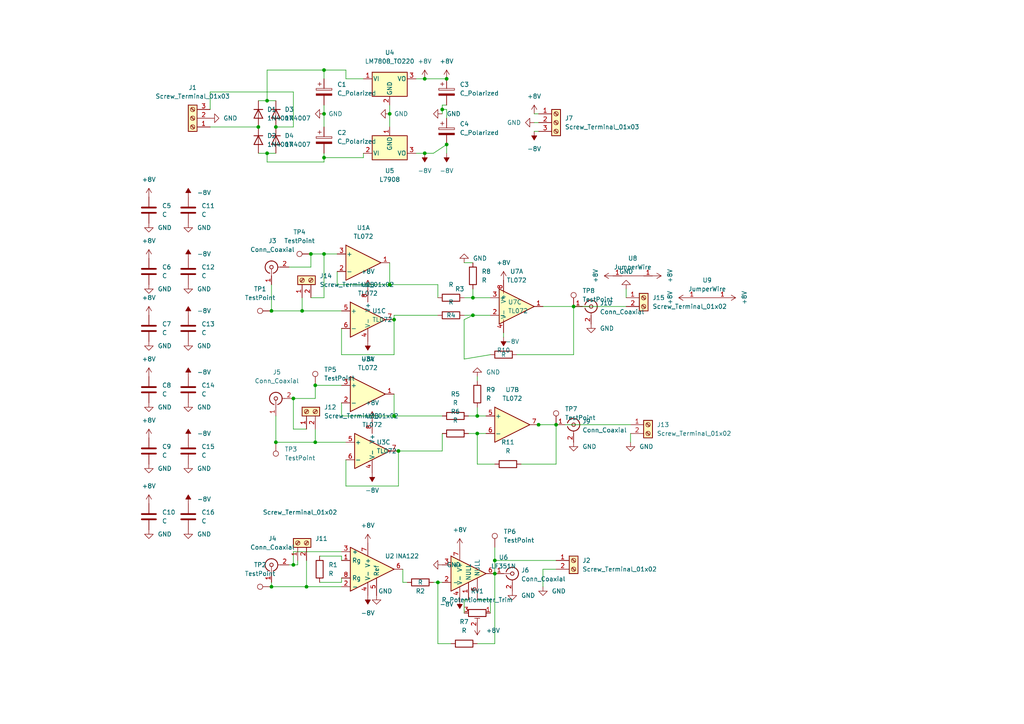
<source format=kicad_sch>
(kicad_sch (version 20231120) (generator "eeschema") (generator_version "8.0")
  (paper "A4")
  (lib_symbols
    (symbol "Amplifier_Operational:LF351N"
      (property "Reference" "U" (at 0 6.35 0))
      (property "Value" "LF351N" (at 0 3.81 0))
      (symbol "LF351N_0_1"
        (polyline (pts (xy -5.08 5.08) (xy 5.08 0) (xy -5.08 -5.08) (xy -5.08 5.08)) (stroke (width 0.254)) (fill (type background)))
      )
      (symbol "LF351N_1_1"
        (pin input line (at 0 -7.62 90) (length 5.08) (name "NULL") (number "1"))
        (pin input line (at -7.62 -2.54 0) (length 2.54) (name "-") (number "2"))
        (pin input line (at -7.62 2.54 0) (length 2.54) (name "+") (number "3"))
        (pin power_in line (at -2.54 -7.62 90) (length 3.81) (name "V-") (number "4"))
        (pin input line (at 2.54 -7.62 90) (length 6.35) (name "NULL") (number "5"))
        (pin output line (at 7.62 0 180) (length 2.54) (name "~") (number "6"))
        (pin power_in line (at -2.54 7.62 270) (length 3.81) (name "V+") (number "7"))
        (pin no_connect line (at 0 2.54 270) (length 2.54) hide (name "NC") (number "8"))
      )
    )
    (symbol "Amplifier_Operational:TL072" (pin_names (offset 0.127))
      (property "Reference" "U" (at 0 5.08 0))
      (property "Value" "TL072" (at 0 -5.08 0))
      (symbol "TL072_1_1"
        (polyline (pts (xy -5.08 5.08) (xy 5.08 0) (xy -5.08 -5.08) (xy -5.08 5.08)) (stroke (width 0.254)) (fill (type background)))
        (pin output line (at 7.62 0 180) (length 2.54) (name "~") (number "1"))
        (pin input line (at -7.62 -2.54 0) (length 2.54) (name "-") (number "2"))
        (pin input line (at -7.62 2.54 0) (length 2.54) (name "+") (number "3"))
      )
      (symbol "TL072_2_1"
        (polyline (pts (xy -5.08 5.08) (xy 5.08 0) (xy -5.08 -5.08) (xy -5.08 5.08)) (stroke (width 0.254)) (fill (type background)))
        (pin input line (at -7.62 2.54 0) (length 2.54) (name "+") (number "5"))
        (pin input line (at -7.62 -2.54 0) (length 2.54) (name "-") (number "6"))
        (pin output line (at 7.62 0 180) (length 2.54) (name "~") (number "7"))
      )
      (symbol "TL072_3_1"
        (pin power_in line (at -2.54 -7.62 90) (length 3.81) (name "V-") (number "4"))
        (pin power_in line (at -2.54 7.62 270) (length 3.81) (name "V+") (number "8"))
      )
    )
    (symbol "Connector:Conn_Coaxial" (pin_names (offset 1.016) hide)
      (property "Reference" "J" (at 0.254 3.048 0))
      (property "Value" "Conn_Coaxial" (at 2.921 0 90))
      (symbol "Conn_Coaxial_0_1"
        (arc (start -1.778 -0.508) (mid 0.2311 -1.8066) (end 1.778 0) (stroke (width 0.254)))
        (polyline (pts (xy -2.54 0) (xy -0.508 0)))
        (polyline (pts (xy 0 -2.54) (xy 0 -1.778)))
        (circle (center 0 0) (radius 0.508) (stroke (width 0.2032)))
        (arc (start 1.778 0) (mid 0.2099 1.8101) (end -1.778 0.508) (stroke (width 0.254)))
      )
      (symbol "Conn_Coaxial_1_1"
        (pin passive line (at -5.08 0 0) (length 2.54) (name "In") (number "1"))
        (pin passive line (at 0 -5.08 90) (length 2.54) (name "Ext") (number "2"))
      )
    )
    (symbol "Connector:Screw_Terminal_01x02" (pin_names (offset 1.016) hide)
      (property "Reference" "J" (at 0 2.54 0))
      (property "Value" "Screw_Terminal_01x02" (at 0 -5.08 0))
      (symbol "Screw_Terminal_01x02_1_1"
        (rectangle (start -1.27 1.27) (end 1.27 -3.81) (stroke (width 0.254)) (fill (type background)))
        (circle (center 0 -2.54) (radius 0.635) (stroke (width 0.1524)))
        (polyline (pts (xy -0.5334 -2.2098) (xy 0.3302 -3.048)) (stroke (width 0.1524)))
        (polyline (pts (xy -0.5334 0.3302) (xy 0.3302 -0.508)) (stroke (width 0.1524)))
        (polyline (pts (xy -0.3556 -2.032) (xy 0.508 -2.8702)) (stroke (width 0.1524)))
        (polyline (pts (xy -0.3556 0.508) (xy 0.508 -0.3302)) (stroke (width 0.1524)))
        (circle (center 0 0) (radius 0.635) (stroke (width 0.1524)))
        (pin passive line (at -5.08 0 0) (length 3.81) (name "Pin_1") (number "1"))
        (pin passive line (at -5.08 -2.54 0) (length 3.81) (name "Pin_2") (number "2"))
      )
    )
    (symbol "Connector:Screw_Terminal_01x03" (pin_names (offset 1.016) hide)
      (property "Reference" "J" (at 0 5.08 0))
      (property "Value" "Screw_Terminal_01x03" (at 0 -5.08 0))
      (symbol "Screw_Terminal_01x03_1_1"
        (rectangle (start -1.27 3.81) (end 1.27 -3.81) (stroke (width 0.254)) (fill (type background)))
        (circle (center 0 -2.54) (radius 0.635) (stroke (width 0.1524)))
        (polyline (pts (xy -0.5334 -2.2098) (xy 0.3302 -3.048)) (stroke (width 0.1524)))
        (polyline (pts (xy -0.5334 0.3302) (xy 0.3302 -0.508)) (stroke (width 0.1524)))
        (polyline (pts (xy -0.5334 2.8702) (xy 0.3302 2.032)) (stroke (width 0.1524)))
        (polyline (pts (xy -0.3556 -2.032) (xy 0.508 -2.8702)) (stroke (width 0.1524)))
        (polyline (pts (xy -0.3556 0.508) (xy 0.508 -0.3302)) (stroke (width 0.1524)))
        (polyline (pts (xy -0.3556 3.048) (xy 0.508 2.2098)) (stroke (width 0.1524)))
        (circle (center 0 0) (radius 0.635) (stroke (width 0.1524)))
        (circle (center 0 2.54) (radius 0.635) (stroke (width 0.1524)))
        (pin passive line (at -5.08 2.54 0) (length 3.81) (name "Pin_1") (number "1"))
        (pin passive line (at -5.08 0 0) (length 3.81) (name "Pin_2") (number "2"))
        (pin passive line (at -5.08 -2.54 0) (length 3.81) (name "Pin_3") (number "3"))
      )
    )
    (symbol "Connector:TestPoint" (pin_numbers hide) (pin_names (offset 0.762) hide)
      (property "Reference" "TP" (at 0 6.858 0))
      (property "Value" "TestPoint" (at 0 5.08 0))
      (symbol "TestPoint_0_1"
        (circle (center 0 3.302) (radius 0.762))
      )
      (symbol "TestPoint_1_1"
        (pin passive line (at 0 0 90) (length 2.54) (name "1") (number "1"))
      )
    )
    (symbol "Device:C" (pin_numbers hide) (pin_names (offset 0.254))
      (property "Reference" "C" (at 0.635 2.54 0))
      (property "Value" "C" (at 0.635 -2.54 0))
      (symbol "C_0_1"
        (polyline (pts (xy -2.032 -0.762) (xy 2.032 -0.762)) (stroke (width 0.508)))
        (polyline (pts (xy -2.032 0.762) (xy 2.032 0.762)) (stroke (width 0.508)))
      )
      (symbol "C_1_1"
        (pin passive line (at 0 3.81 270) (length 2.794) (name "~") (number "1"))
        (pin passive line (at 0 -3.81 90) (length 2.794) (name "~") (number "2"))
      )
    )
    (symbol "Device:C_Polarized" (pin_numbers hide) (pin_names (offset 0.254))
      (property "Reference" "C" (at 0.635 2.54 0))
      (property "Value" "C_Polarized" (at 0.635 -2.54 0))
      (symbol "C_Polarized_0_1"
        (rectangle (start -2.286 0.508) (end 2.286 1.016))
        (polyline (pts (xy -1.778 2.286) (xy -0.762 2.286)))
        (polyline (pts (xy -1.27 2.794) (xy -1.27 1.778)))
        (rectangle (start 2.286 -0.508) (end -2.286 -1.016) (fill (type outline)))
      )
      (symbol "C_Polarized_1_1"
        (pin passive line (at 0 3.81 270) (length 2.794) (name "~") (number "1"))
        (pin passive line (at 0 -3.81 90) (length 2.794) (name "~") (number "2"))
      )
    )
    (symbol "Device:R" (pin_numbers hide) (pin_names (offset 0))
      (property "Reference" "R" (at 2.032 0 90))
      (property "Value" "R" (at 0 0 90))
      (symbol "R_0_1"
        (rectangle (start -1.016 -2.54) (end 1.016 2.54) (stroke (width 0.254)))
      )
      (symbol "R_1_1"
        (pin passive line (at 0 3.81 270) (length 1.27) (name "~") (number "1"))
        (pin passive line (at 0 -3.81 90) (length 1.27) (name "~") (number "2"))
      )
    )
    (symbol "Device:R_Potentiometer_Trim" (pin_names (offset 1.016) hide)
      (property "Reference" "RV" (at -4.445 0 90))
      (property "Value" "R_Potentiometer_Trim" (at -2.54 0 90))
      (symbol "R_Potentiometer_Trim_0_1"
        (polyline (pts (xy 1.524 0.762) (xy 1.524 -0.762)))
        (polyline (pts (xy 2.54 0) (xy 1.524 0)))
        (rectangle (start 1.016 2.54) (end -1.016 -2.54) (stroke (width 0.254)))
      )
      (symbol "R_Potentiometer_Trim_1_1"
        (pin passive line (at 0 3.81 270) (length 1.27) (name "1") (number "1"))
        (pin passive line (at 3.81 0 180) (length 1.27) (name "2") (number "2"))
        (pin passive line (at 0 -3.81 90) (length 1.27) (name "3") (number "3"))
      )
    )
    (symbol "Diode:1N4007" (pin_numbers hide) (pin_names hide)
      (property "Reference" "D" (at 0 2.54 0))
      (property "Value" "1N4007" (at 0 -2.54 0))
      (symbol "1N4007_0_1"
        (polyline (pts (xy -1.27 1.27) (xy -1.27 -1.27)) (stroke (width 0.254)))
        (polyline (pts (xy 1.27 0) (xy -1.27 0)))
        (polyline (pts (xy 1.27 1.27) (xy 1.27 -1.27) (xy -1.27 0) (xy 1.27 1.27)) (stroke (width 0.254)))
      )
      (symbol "1N4007_1_1"
        (pin passive line (at -3.81 0 0) (length 2.54) (name "K") (number "1"))
        (pin passive line (at 3.81 0 180) (length 2.54) (name "A") (number "2"))
      )
    )
    (symbol "IN_AMP:INA122"
      (property "Reference" "U" (at 5.08 5.08 0))
      (property "Value" "INA122" (at 0 7.62 0))
      (symbol "INA122_0_1"
        (polyline (pts (xy 8.89 -1.27) (xy -3.81 5.08) (xy -3.81 -7.62) (xy 8.89 -1.27)) (stroke (width 0.254)) (fill (type background)))
      )
      (symbol "INA122_1_1"
        (pin passive line (at -6.35 1.27 0) (length 2.54) (name "Rg") (number "1"))
        (pin input line (at -6.35 -6.35 0) (length 2.54) (name "-") (number "2"))
        (pin input line (at -6.35 3.81 0) (length 2.54) (name "+") (number "3"))
        (pin power_in line (at 1.27 -8.89 90) (length 3.81) (name "V-") (number "4"))
        (pin input line (at 3.81 -8.89 90) (length 5.08) (name "Ref") (number "5"))
        (pin output line (at 11.43 -1.27 180) (length 2.54) (name "~") (number "6"))
        (pin power_in line (at 1.27 6.35 270) (length 3.81) (name "V+") (number "7"))
        (pin passive line (at -6.35 -3.81 0) (length 2.54) (name "Rg") (number "8"))
      )
    )
    (symbol "JumperWire_1"
      (property "Reference" "U" (at 0 -1.27 0))
      (property "Value" "JumperWire_1" (at 1.27 -1.27 0))
      (symbol "JumperWire_1_0_1"
        (polyline (pts (xy -2.54 0) (xy 3.81 0)))
      )
      (symbol "JumperWire_1_1_1"
        (pin bidirectional line (at -5.08 0 0) (length 2.54) (name "") (number "1"))
        (pin bidirectional line (at 6.35 0 180) (length 2.54) (name "") (number "1"))
      )
    )
    (symbol "Regulator_Linear:L7908" (pin_names (offset 0.254))
      (property "Reference" "U" (at -3.81 -3.175 0))
      (property "Value" "L7908" (at 0 -3.175 0))
      (symbol "L7908_0_1"
        (rectangle (start -5.08 5.08) (end 5.08 -1.905) (stroke (width 0.254)) (fill (type background)))
      )
      (symbol "L7908_1_1"
        (pin power_in line (at 0 7.62 270) (length 2.54) (name "GND") (number "1"))
        (pin power_in line (at -7.62 0 0) (length 2.54) (name "VI") (number "2"))
        (pin power_out line (at 7.62 0 180) (length 2.54) (name "VO") (number "3"))
      )
    )
    (symbol "Regulator_Linear:LM7808_TO220" (pin_names (offset 0.254))
      (property "Reference" "U" (at -3.81 3.175 0))
      (property "Value" "LM7808_TO220" (at 0 3.175 0))
      (symbol "LM7808_TO220_0_1"
        (rectangle (start -5.08 1.905) (end 5.08 -5.08) (stroke (width 0.254)) (fill (type background)))
      )
      (symbol "LM7808_TO220_1_1"
        (pin power_in line (at -7.62 0 0) (length 2.54) (name "VI") (number "1"))
        (pin power_in line (at 0 -7.62 90) (length 2.54) (name "GND") (number "2"))
        (pin power_out line (at 7.62 0 180) (length 2.54) (name "VO") (number "3"))
      )
    )
    (symbol "power:+8V" (power) (pin_names (offset 0))
      (property "Value" "+8V" (at 0 3.556 0))
      (symbol "+8V_0_1"
        (polyline (pts (xy -0.762 1.27) (xy 0 2.54)))
        (polyline (pts (xy 0 0) (xy 0 2.54)))
        (polyline (pts (xy 0 2.54) (xy 0.762 1.27)))
      )
      (symbol "+8V_1_1"
        (pin power_in line (at 0 0 90) (length 0) hide (name "+8V") (number "1"))
      )
    )
    (symbol "power:-8V" (power) (pin_names (offset 0))
      (property "Value" "-8V" (at 0 3.81 0))
      (symbol "-8V_0_0"
        (pin power_in line (at 0 0 90) (length 0) hide (name "-8V") (number "1"))
      )
      (symbol "-8V_0_1"
        (polyline (pts (xy 0 0) (xy 0 1.27) (xy 0.762 1.27) (xy 0 2.54) (xy -0.762 1.27) (xy 0 1.27)) (fill (type outline)))
      )
    )
    (symbol "power:GND" (power) (pin_names (offset 0))
      (property "Value" "GND" (at 0 -3.81 0))
      (symbol "GND_0_1"
        (polyline (pts (xy 0 0) (xy 0 -1.27) (xy 1.27 -1.27) (xy 0 -2.54) (xy -1.27 -1.27) (xy 0 -1.27)))
      )
      (symbol "GND_1_1"
        (pin power_in line (at 0 0 270) (length 0) hide (name "GND") (number "1"))
      )
    )
  )
  (junction (at 166.37 88.9))
  (junction (at 143.51 162.56))
  (junction (at 127 168.91))
  (junction (at 143.51 166.37))
  (junction (at 115.57 130.81))
  (junction (at 77.47 29.21))
  (junction (at 114.3 92.71))
  (junction (at 80.01 36.83))
  (junction (at 93.98 45.72))
  (junction (at 138.43 120.65))
  (junction (at 161.29 123.19))
  (junction (at 77.47 44.45))
  (junction (at 87.63 90.17))
  (junction (at 91.44 111.76))
  (junction (at 90.17 73.66))
  (junction (at 93.98 73.66))
  (junction (at 91.44 128.27))
  (junction (at 138.43 125.73))
  (junction (at 129.54 41.91))
  (junction (at 88.9 170.18))
  (junction (at 80.01 128.27))
  (junction (at 123.19 44.45))
  (junction (at 93.98 20.32))
  (junction (at 123.19 22.86))
  (junction (at 137.16 86.36))
  (junction (at 114.3 120.65))
  (junction (at 78.74 170.18))
  (junction (at 78.74 90.17))
  (junction (at 113.03 33.02))
  (junction (at 74.93 36.83))
  (junction (at 93.98 33.02))
  (junction (at 113.03 82.55))
  (junction (at 85.09 115.57))
  (junction (at 85.09 163.83))
  (junction (at 128.27 31.75))
  (junction (at 156.21 123.19))
  (junction (at 129.54 22.86))
  (junction (at 137.16 91.44))
  (wire (pts (xy 88.9 170.18) (xy 99.06 170.18)))
  (wire (pts (xy 142.24 102.87) (xy 134.62 104.14)))
  (wire (pts (xy 99.06 167.64) (xy 99.06 168.91)))
  (wire (pts (xy 78.74 90.17) (xy 87.63 90.17)))
  (wire (pts (xy 116.84 168.91) (xy 118.11 168.91)))
  (wire (pts (xy 128.27 33.02) (xy 128.27 31.75)))
  (wire (pts (xy 91.44 128.27) (xy 100.33 128.27)))
  (wire (pts (xy 128.27 125.73) (xy 128.27 130.81)))
  (wire (pts (xy 181.61 83.82) (xy 181.61 86.36)))
  (wire (pts (xy 93.98 86.36) (xy 93.98 73.66)))
  (wire (pts (xy 74.93 29.21) (xy 77.47 29.21)))
  (wire (pts (xy 93.98 22.86) (xy 93.98 20.32)))
  (wire (pts (xy 128.27 30.48) (xy 129.54 30.48)))
  (wire (pts (xy 157.48 165.1) (xy 161.29 165.1)))
  (wire (pts (xy 80.01 128.27) (xy 80.01 120.65)))
  (wire (pts (xy 97.79 82.55) (xy 113.03 82.55)))
  (wire (pts (xy 143.51 186.69) (xy 138.43 186.69)))
  (wire (pts (xy 80.01 128.27) (xy 91.44 128.27)))
  (wire (pts (xy 128.27 31.75) (xy 128.27 30.48)))
  (wire (pts (xy 138.43 125.73) (xy 140.97 125.73)))
  (wire (pts (xy 113.03 30.48) (xy 113.03 33.02)))
  (wire (pts (xy 100.33 133.35) (xy 100.33 140.97)))
  (wire (pts (xy 60.96 26.67) (xy 60.96 31.75)))
  (wire (pts (xy 143.51 162.56) (xy 161.29 162.56)))
  (wire (pts (xy 134.62 76.2) (xy 137.16 76.2)))
  (wire (pts (xy 138.43 109.22) (xy 138.43 110.49)))
  (wire (pts (xy 142.24 173.99) (xy 138.43 173.99)))
  (wire (pts (xy 85.09 26.67) (xy 60.96 26.67)))
  (wire (pts (xy 123.19 22.86) (xy 129.54 22.86)))
  (wire (pts (xy 115.57 140.97) (xy 115.57 130.81)))
  (wire (pts (xy 166.37 88.9) (xy 157.48 88.9)))
  (wire (pts (xy 99.06 102.87) (xy 114.3 102.87)))
  (wire (pts (xy 182.88 128.27) (xy 182.88 125.73)))
  (wire (pts (xy 134.62 92.71) (xy 134.62 104.14)))
  (wire (pts (xy 138.43 125.73) (xy 138.43 134.62)))
  (wire (pts (xy 85.09 124.46) (xy 85.09 115.57)))
  (wire (pts (xy 85.09 115.57) (xy 91.44 115.57)))
  (wire (pts (xy 88.9 124.46) (xy 85.09 124.46)))
  (wire (pts (xy 87.63 86.36) (xy 87.63 90.17)))
  (wire (pts (xy 105.41 22.86) (xy 100.33 22.86)))
  (wire (pts (xy 127 86.36) (xy 127 82.55)))
  (wire (pts (xy 97.79 78.74) (xy 97.79 82.55)))
  (wire (pts (xy 138.43 120.65) (xy 140.97 120.65)))
  (wire (pts (xy 123.19 44.45) (xy 125.73 44.45)))
  (wire (pts (xy 149.86 102.87) (xy 166.37 102.87)))
  (wire (pts (xy 93.98 20.32) (xy 100.33 20.32)))
  (wire (pts (xy 80.01 36.83) (xy 85.09 36.83)))
  (wire (pts (xy 128.27 120.65) (xy 114.3 120.65)))
  (wire (pts (xy 135.89 125.73) (xy 138.43 125.73)))
  (wire (pts (xy 129.54 41.91) (xy 125.73 44.45)))
  (wire (pts (xy 127 82.55) (xy 113.03 82.55)))
  (wire (pts (xy 99.06 120.65) (xy 114.3 120.65)))
  (wire (pts (xy 92.71 168.91) (xy 99.06 168.91)))
  (wire (pts (xy 87.63 90.17) (xy 99.06 90.17)))
  (wire (pts (xy 93.98 45.72) (xy 105.41 45.72)))
  (wire (pts (xy 151.13 134.62) (xy 161.29 134.62)))
  (wire (pts (xy 138.43 118.11) (xy 138.43 120.65)))
  (wire (pts (xy 77.47 44.45) (xy 80.01 44.45)))
  (wire (pts (xy 86.36 162.56) (xy 86.36 163.83)))
  (wire (pts (xy 161.29 123.19) (xy 156.21 123.19)))
  (wire (pts (xy 161.29 123.19) (xy 182.88 123.19)))
  (wire (pts (xy 129.54 31.75) (xy 128.27 31.75)))
  (wire (pts (xy 123.19 22.86) (xy 120.65 22.86)))
  (wire (pts (xy 137.16 91.44) (xy 142.24 91.44)))
  (wire (pts (xy 90.17 73.66) (xy 93.98 73.66)))
  (wire (pts (xy 86.36 163.83) (xy 85.09 163.83)))
  (wire (pts (xy 77.47 20.32) (xy 77.47 29.21)))
  (wire (pts (xy 143.51 166.37) (xy 143.51 186.69)))
  (wire (pts (xy 99.06 95.25) (xy 99.06 102.87)))
  (wire (pts (xy 92.71 161.29) (xy 99.06 161.29)))
  (wire (pts (xy 156.21 33.02) (xy 154.94 33.02)))
  (wire (pts (xy 134.62 177.8) (xy 134.62 173.99)))
  (wire (pts (xy 137.16 83.82) (xy 137.16 86.36)))
  (wire (pts (xy 78.74 90.17) (xy 78.74 82.55)))
  (wire (pts (xy 60.96 36.83) (xy 74.93 36.83)))
  (wire (pts (xy 93.98 44.45) (xy 93.98 45.72)))
  (wire (pts (xy 113.03 33.02) (xy 113.03 36.83)))
  (wire (pts (xy 91.44 124.46) (xy 91.44 128.27)))
  (wire (pts (xy 156.21 38.1) (xy 154.94 38.1)))
  (wire (pts (xy 135.89 120.65) (xy 138.43 120.65)))
  (wire (pts (xy 85.09 163.83) (xy 85.09 160.02)))
  (wire (pts (xy 77.47 29.21) (xy 80.01 29.21)))
  (wire (pts (xy 85.09 36.83) (xy 85.09 26.67)))
  (wire (pts (xy 77.47 20.32) (xy 93.98 20.32)))
  (wire (pts (xy 93.98 30.48) (xy 93.98 33.02)))
  (wire (pts (xy 77.47 44.45) (xy 77.47 46.99)))
  (wire (pts (xy 85.09 160.02) (xy 99.06 160.02)))
  (wire (pts (xy 156.21 35.56) (xy 154.94 35.56)))
  (wire (pts (xy 100.33 22.86) (xy 100.33 20.32)))
  (wire (pts (xy 74.93 44.45) (xy 77.47 44.45)))
  (wire (pts (xy 83.82 77.47) (xy 90.17 77.47)))
  (wire (pts (xy 127 168.91) (xy 128.27 168.91)))
  (wire (pts (xy 130.81 186.69) (xy 127 186.69)))
  (wire (pts (xy 137.16 86.36) (xy 142.24 86.36)))
  (wire (pts (xy 166.37 88.9) (xy 181.61 88.9)))
  (wire (pts (xy 115.57 130.81) (xy 128.27 130.81)))
  (wire (pts (xy 161.29 134.62) (xy 161.29 123.19)))
  (wire (pts (xy 129.54 34.29) (xy 129.54 31.75)))
  (wire (pts (xy 134.62 173.99) (xy 135.89 173.99)))
  (wire (pts (xy 154.94 123.19) (xy 156.21 123.19)))
  (wire (pts (xy 114.3 114.3) (xy 114.3 120.65)))
  (wire (pts (xy 114.3 91.44) (xy 114.3 92.71)))
  (wire (pts (xy 88.9 162.56) (xy 88.9 170.18)))
  (wire (pts (xy 166.37 102.87) (xy 166.37 88.9)))
  (wire (pts (xy 93.98 33.02) (xy 93.98 36.83)))
  (wire (pts (xy 134.62 86.36) (xy 137.16 86.36)))
  (wire (pts (xy 129.54 44.45) (xy 129.54 41.91)))
  (wire (pts (xy 93.98 46.99) (xy 93.98 45.72)))
  (wire (pts (xy 90.17 86.36) (xy 93.98 86.36)))
  (wire (pts (xy 91.44 111.76) (xy 91.44 115.57)))
  (wire (pts (xy 157.48 170.18) (xy 157.48 165.1)))
  (wire (pts (xy 114.3 102.87) (xy 114.3 92.71)))
  (wire (pts (xy 99.06 161.29) (xy 99.06 162.56)))
  (wire (pts (xy 127 186.69) (xy 127 168.91)))
  (wire (pts (xy 113.03 82.55) (xy 113.03 76.2)))
  (wire (pts (xy 91.44 111.76) (xy 99.06 111.76)))
  (wire (pts (xy 105.41 45.72) (xy 105.41 44.45)))
  (wire (pts (xy 116.84 165.1) (xy 116.84 168.91)))
  (wire (pts (xy 142.24 177.8) (xy 142.24 173.99)))
  (wire (pts (xy 93.98 73.66) (xy 97.79 73.66)))
  (wire (pts (xy 125.73 168.91) (xy 127 168.91)))
  (wire (pts (xy 143.51 162.56) (xy 143.51 158.75)))
  (wire (pts (xy 127 91.44) (xy 114.3 91.44)))
  (wire (pts (xy 99.06 116.84) (xy 99.06 120.65)))
  (wire (pts (xy 123.19 44.45) (xy 120.65 44.45)))
  (wire (pts (xy 77.47 46.99) (xy 93.98 46.99)))
  (wire (pts (xy 100.33 140.97) (xy 115.57 140.97)))
  (wire (pts (xy 83.82 163.83) (xy 85.09 163.83)))
  (wire (pts (xy 143.51 166.37) (xy 143.51 162.56)))
  (wire (pts (xy 78.74 170.18) (xy 78.74 168.91)))
  (wire (pts (xy 138.43 134.62) (xy 143.51 134.62)))
  (wire (pts (xy 90.17 77.47) (xy 90.17 73.66)))
  (wire (pts (xy 78.74 170.18) (xy 88.9 170.18)))
  (wire (pts (xy 146.05 97.79) (xy 146.05 96.52)))
  (wire (pts (xy 134.62 92.71) (xy 137.16 91.44)))
  (wire (pts (xy 134.62 91.44) (xy 137.16 91.44)))
  (symbol (lib_id "Amplifier_Operational:TL072") (at 148.59 88.9 0) (unit 3)
    (property "Reference" "U7" (at 147.32 87.6299 0) (effects (justify left)))
    (property "Value" "TL072" (at 147.32 90.1699 0) (effects (justify left)))
    (property "Footprint" "Package_DIP:DIP-8_W10.16mm" (effects (hide yes)))
    (property "Datasheet" "http://www.ti.com/lit/ds/symlink/tl071.pdf" (effects (hide yes)))
  )
  (symbol (lib_id "Connector:TestPoint") (at 90.17 73.66 90) (unit 1)
    (property "Reference" "TP4" (at 86.868 67.31 90))
    (property "Value" "TestPoint" (at 86.868 69.85 90))
    (property "Footprint" "Connector_PinHeader_2.54mm:PinHeader_1x01_P2.54mm_Vertical" (effects (hide yes)))
  )
  (symbol (lib_id "Device:C") (at 43.18 60.96 0) (unit 1)
    (property "Reference" "C5" (at 46.99 59.6899 0) (effects (justify left)))
    (property "Value" "C" (at 46.99 62.2299 0) (effects (justify left)))
    (property "Footprint" "Capacitor_Tantalum_SMD:CP_EIA-3528-21_Kemet-B_Pad1.50x2.35mm_HandSolder" (effects (hide yes)))
  )
  (symbol (lib_id "power:+8V") (at 43.18 127 0) (unit 1)
    (property "Reference" "#PWR046" (effects (hide yes)))
    (property "Value" "+8V" (at 43.18 121.92 0))
  )
  (symbol (lib_id "Device:C") (at 54.61 95.25 0) (unit 1)
    (property "Reference" "C13" (at 58.42 93.9799 0) (effects (justify left)))
    (property "Value" "C" (at 58.42 96.5199 0) (effects (justify left)))
    (property "Footprint" "Capacitor_Tantalum_SMD:CP_EIA-3528-21_Kemet-B_Pad1.50x2.35mm_HandSolder" (effects (hide yes)))
  )
  (symbol (lib_id "Amplifier_Operational:LF351N") (at 135.89 166.37 0) (unit 1)
    (property "Reference" "U6" (at 146.05 161.671 0))
    (property "Value" "LF351N" (at 146.05 164.211 0))
    (property "Footprint" "Package_DIP:DIP-8_W10.16mm" (effects (hide yes)))
    (property "Datasheet" "https://www.st.com/resource/en/datasheet/lf351.pdf" (effects (hide yes)))
  )
  (symbol (lib_id "Diode:1N4007") (at 80.01 40.64 270) (unit 1)
    (property "Reference" "D4" (at 82.55 39.3699 90) (effects (justify left)))
    (property "Value" "1N4007" (at 82.55 41.9099 90) (effects (justify left)))
    (property "Footprint" "Diode_THT:D_DO-41_SOD81_P10.16mm_Horizontal" (effects (hide yes)))
    (property "Datasheet" "http://www.vishay.com/docs/88503/1n4001.pdf" (effects (hide yes)))
  )
  (symbol (lib_id "power:GND") (at 54.61 116.84 0) (unit 1)
    (property "Reference" "#PWR057" (effects (hide yes)))
    (property "Value" "GND" (at 57.15 118.1099 0) (effects (justify left)))
  )
  (symbol (lib_id "Connector:TestPoint") (at 161.29 123.19 0) (unit 1)
    (property "Reference" "TP7" (at 163.83 118.6179 0) (effects (justify left)))
    (property "Value" "TestPoint" (at 163.83 121.1579 0) (effects (justify left)))
    (property "Footprint" "Connector_PinHeader_2.54mm:PinHeader_1x01_P2.54mm_Vertical" (effects (hide yes)))
  )
  (symbol (lib_id "power:GND") (at 181.61 83.82 180) (unit 1)
    (property "Reference" "#PWR028" (effects (hide yes)))
    (property "Value" "GND" (at 181.61 78.74 0))
  )
  (symbol (lib_id "Regulator_Linear:L7908") (at 113.03 44.45 0) (unit 1)
    (property "Reference" "U5" (at 113.03 49.53 0))
    (property "Value" "L7908" (at 113.03 52.07 0))
    (property "Footprint" "Package_TO_SOT_THT:TO-220-3_Vertical" (effects (hide yes)))
    (property "Datasheet" "http://www.st.com/content/ccc/resource/technical/document/datasheet/c9/16/86/41/c7/2b/45/f2/CD00000450.pdf/files/CD00000450.pdf/jcr:content/translations/en.CD00000450.pdf" (effects (hide yes)))
  )
  (symbol (lib_id "power:-8V") (at 123.19 44.45 180) (unit 1)
    (property "Reference" "#PWR012" (effects (hide yes)))
    (property "Value" "-8V" (at 123.19 49.53 0))
  )
  (symbol (lib_id "Device:R") (at 146.05 102.87 270) (unit 1)
    (property "Reference" "R10" (at 146.05 101.6 90))
    (property "Value" "R" (at 146.05 102.87 90))
    (property "Footprint" "Resistor_SMD:R_0805_2012Metric_Pad1.20x1.40mm_HandSolder" (effects (hide yes)))
  )
  (symbol (lib_id "power:GND") (at 54.61 82.55 0) (unit 1)
    (property "Reference" "#PWR053" (effects (hide yes)))
    (property "Value" "GND" (at 57.15 83.8199 0) (effects (justify left)))
  )
  (symbol (lib_id "power:+8V") (at 43.18 74.93 0) (unit 1)
    (property "Reference" "#PWR040" (effects (hide yes)))
    (property "Value" "+8V" (at 43.18 69.85 0))
  )
  (symbol (lib_id "power:GND") (at 43.18 153.67 0) (unit 1)
    (property "Reference" "#PWR049" (effects (hide yes)))
    (property "Value" "GND" (at 45.72 154.9399 0) (effects (justify left)))
  )
  (symbol (lib_id "power:GND") (at 128.27 163.83 270) (unit 1)
    (property "Reference" "#PWR014" (effects (hide yes)))
    (property "Value" "GND" (at 129.54 163.8299 90) (effects (justify left)))
  )
  (symbol (lib_id "power:GND") (at 54.61 153.67 0) (unit 1)
    (property "Reference" "#PWR061" (effects (hide yes)))
    (property "Value" "GND" (at 57.15 154.9399 0) (effects (justify left)))
  )
  (symbol (lib_id "power:GND") (at 166.37 128.27 0) (unit 1)
    (property "Reference" "#PWR031" (effects (hide yes)))
    (property "Value" "GND" (at 168.91 129.5399 0) (effects (justify left)))
  )
  (symbol (lib_id "Device:C") (at 54.61 149.86 0) (unit 1)
    (property "Reference" "C16" (at 58.42 148.5899 0) (effects (justify left)))
    (property "Value" "C" (at 58.42 151.1299 0) (effects (justify left)))
    (property "Footprint" "Capacitor_Tantalum_SMD:CP_EIA-3528-21_Kemet-B_Pad1.50x2.35mm_HandSolder" (effects (hide yes)))
  )
  (symbol (lib_id "Device:R") (at 138.43 114.3 180) (unit 1)
    (property "Reference" "R9" (at 140.97 113.0299 0) (effects (justify right)))
    (property "Value" "R" (at 140.97 115.5699 0) (effects (justify right)))
    (property "Footprint" "Resistor_THT:R_Axial_DIN0207_L6.3mm_D2.5mm_P7.62mm_Horizontal" (effects (hide yes)))
  )
  (symbol (lib_id "power:-8V") (at 54.61 127 0) (unit 1)
    (property "Reference" "#PWR058" (effects (hide yes)))
    (property "Value" "-8V" (at 57.15 125.7299 0) (effects (justify left)))
  )
  (symbol (lib_id "Device:C") (at 43.18 78.74 0) (unit 1)
    (property "Reference" "C6" (at 46.99 77.4699 0) (effects (justify left)))
    (property "Value" "C" (at 46.99 80.0099 0) (effects (justify left)))
    (property "Footprint" "Capacitor_Tantalum_SMD:CP_EIA-3528-21_Kemet-B_Pad1.50x2.35mm_HandSolder" (effects (hide yes)))
  )
  (symbol (lib_id "power:+8V") (at 146.05 81.28 0) (unit 1)
    (property "Reference" "#PWR021" (effects (hide yes)))
    (property "Value" "+8V" (at 146.05 76.2 0))
  )
  (symbol (lib_id "power:GND") (at 148.59 171.45 0) (unit 1)
    (property "Reference" "#PWR023" (effects (hide yes)))
    (property "Value" "GND" (at 151.13 172.7199 0) (effects (justify left)))
  )
  (symbol (lib_id "Connector:Screw_Terminal_01x02") (at 86.36 157.48 90) (unit 1)
    (property "Reference" "J11" (at 91.44 156.2099 90) (effects (justify right)))
    (property "Value" "Screw_Terminal_01x02" (at 76.2 148.59 90) (effects (justify right)))
    (property "Footprint" "TerminalBlock_Phoenix:TerminalBlock_Phoenix_MKDS-1,5-2-5.08_1x02_P5.08mm_Horizontal" (effects (hide yes)))
  )
  (symbol (lib_id "Amplifier_Operational:TL072") (at 149.86 88.9 0) (unit 1)
    (property "Reference" "U7" (at 149.86 78.74 0))
    (property "Value" "TL072" (at 149.86 81.28 0))
    (property "Footprint" "Package_DIP:DIP-8_W10.16mm" (effects (hide yes)))
    (property "Datasheet" "http://www.ti.com/lit/ds/symlink/tl071.pdf" (effects (hide yes)))
  )
  (symbol (lib_id "power:+8V") (at 123.19 22.86 0) (unit 1)
    (property "Reference" "#PWR011" (effects (hide yes)))
    (property "Value" "+8V" (at 123.19 17.78 0))
  )
  (symbol (lib_id "power:-8V") (at 154.94 38.1 180) (unit 1)
    (property "Reference" "#PWR027" (effects (hide yes)))
    (property "Value" "-8V" (at 154.94 43.18 0))
  )
  (symbol (lib_id "Connector:Screw_Terminal_01x03") (at 161.29 35.56 0) (unit 1)
    (property "Reference" "J7" (at 163.83 34.2899 0) (effects (justify left)))
    (property "Value" "Screw_Terminal_01x03" (at 163.83 36.8299 0) (effects (justify left)))
    (property "Footprint" "TerminalBlock_Phoenix:TerminalBlock_Phoenix_MKDS-1,5-3-5.08_1x03_P5.08mm_Horizontal" (effects (hide yes)))
  )
  (symbol (lib_id "power:GND") (at 43.18 116.84 0) (unit 1)
    (property "Reference" "#PWR045" (effects (hide yes)))
    (property "Value" "GND" (at 45.72 118.1099 0) (effects (justify left)))
  )
  (symbol (lib_id "power:-8V") (at 107.95 137.16 180) (unit 1)
    (property "Reference" "#PWR08" (effects (hide yes)))
    (property "Value" "-8V" (at 107.95 142.24 0))
  )
  (symbol (lib_id "Device:C") (at 54.61 60.96 0) (unit 1)
    (property "Reference" "C11" (at 58.42 59.6899 0) (effects (justify left)))
    (property "Value" "C" (at 58.42 62.2299 0) (effects (justify left)))
    (property "Footprint" "Capacitor_Tantalum_SMD:CP_EIA-3528-21_Kemet-B_Pad1.50x2.35mm_HandSolder" (effects (hide yes)))
  )
  (symbol (lib_id "Device:R") (at 92.71 165.1 0) (unit 1)
    (property "Reference" "R1" (at 95.25 163.8299 0) (effects (justify left)))
    (property "Value" "R" (at 95.25 166.3699 0) (effects (justify left)))
    (property "Footprint" "Resistor_THT:R_Axial_DIN0207_L6.3mm_D2.5mm_P7.62mm_Horizontal" (effects (hide yes)))
  )
  (symbol (lib_id "power:-8V") (at 54.61 109.22 0) (unit 1)
    (property "Reference" "#PWR056" (effects (hide yes)))
    (property "Value" "-8V" (at 57.15 107.9499 0) (effects (justify left)))
  )
  (symbol (lib_id "power:+8V") (at 138.43 181.61 180) (unit 1)
    (property "Reference" "#PWR037" (effects (hide yes)))
    (property "Value" "+8V" (at 140.97 182.8799 0) (effects (justify right)))
  )
  (symbol (lib_id "Connector:Conn_Coaxial") (at 78.74 163.83 90) (unit 1)
    (property "Reference" "J4" (at 79.0332 156.21 90))
    (property "Value" "Conn_Coaxial" (at 79.0332 158.75 90))
    (property "Footprint" "Connector_Coaxial:BNC_TEConnectivity_1478204_Vertical" (effects (hide yes)))
    (property "Datasheet" " ~" (effects (hide yes)))
  )
  (symbol (lib_id "Device:C") (at 43.18 113.03 0) (unit 1)
    (property "Reference" "C8" (at 46.99 111.7599 0) (effects (justify left)))
    (property "Value" "C" (at 46.99 114.2999 0) (effects (justify left)))
    (property "Footprint" "Capacitor_Tantalum_SMD:CP_EIA-3528-21_Kemet-B_Pad1.50x2.35mm_HandSolder" (effects (hide yes)))
  )
  (symbol (lib_id "Diode:1N4007") (at 80.01 33.02 270) (unit 1)
    (property "Reference" "D3" (at 82.55 31.7499 90) (effects (justify left)))
    (property "Value" "1N4007" (at 82.55 34.2899 90) (effects (justify left)))
    (property "Footprint" "Diode_THT:D_DO-41_SOD81_P10.16mm_Horizontal" (effects (hide yes)))
    (property "Datasheet" "http://www.vishay.com/docs/88503/1n4001.pdf" (effects (hide yes)))
  )
  (symbol (lib_id "power:GND") (at 43.18 82.55 0) (unit 1)
    (property "Reference" "#PWR041" (effects (hide yes)))
    (property "Value" "GND" (at 45.72 83.8199 0) (effects (justify left)))
  )
  (symbol (lib_id "Connector:Screw_Terminal_01x02") (at 166.37 162.56 0) (unit 1)
    (property "Reference" "J2" (at 168.91 162.5599 0) (effects (justify left)))
    (property "Value" "Screw_Terminal_01x02" (at 168.91 165.0999 0) (effects (justify left)))
    (property "Footprint" "TerminalBlock_Phoenix:TerminalBlock_Phoenix_MKDS-1,5-2-5.08_1x02_P5.08mm_Horizontal" (effects (hide yes)))
  )
  (symbol (lib_id "Device:R") (at 130.81 91.44 90) (unit 1)
    (property "Reference" "R4" (at 130.81 91.44 90))
    (property "Value" "R" (at 130.81 87.63 90))
    (property "Footprint" "Resistor_THT:R_Axial_DIN0207_L6.3mm_D2.5mm_P7.62mm_Horizontal" (effects (hide yes)))
  )
  (symbol (lib_id "power:+8V") (at 129.54 22.86 0) (unit 1)
    (property "Reference" "#PWR015" (effects (hide yes)))
    (property "Value" "+8V" (at 129.54 17.78 0))
  )
  (symbol (lib_id "Connector:Conn_Coaxial") (at 171.45 88.9 0) (unit 1)
    (property "Reference" "J10" (at 173.99 87.9231 0) (effects (justify left)))
    (property "Value" "Conn_Coaxial" (at 173.99 90.4631 0) (effects (justify left)))
    (property "Footprint" "Connector_Coaxial:BNC_TEConnectivity_1478204_Vertical" (effects (hide yes)))
    (property "Datasheet" " ~" (effects (hide yes)))
  )
  (symbol (lib_id "IN_AMP:INA122") (at 105.41 163.83 0) (unit 1)
    (property "Reference" "U2" (at 113.03 161.29 0))
    (property "Value" "INA122" (at 118.11 161.29 0))
    (property "Footprint" "Package_DIP:DIP-8_W7.62mm" (effects (hide yes)))
  )
  (symbol (lib_id "power:+8V") (at 154.94 33.02 0) (unit 1)
    (property "Reference" "#PWR025" (effects (hide yes)))
    (property "Value" "+8V" (at 154.94 27.94 0))
  )
  (symbol (lib_id "Device:C") (at 43.18 130.81 0) (unit 1)
    (property "Reference" "C9" (at 46.99 129.5399 0) (effects (justify left)))
    (property "Value" "C" (at 46.99 132.0799 0) (effects (justify left)))
    (property "Footprint" "Capacitor_Tantalum_SMD:CP_EIA-3528-21_Kemet-B_Pad1.50x2.35mm_HandSolder" (effects (hide yes)))
  )
  (symbol (lib_id "Connector:Conn_Coaxial") (at 78.74 77.47 90) (unit 1)
    (property "Reference" "J3" (at 79.0332 69.85 90))
    (property "Value" "Conn_Coaxial" (at 79.0332 72.39 90))
    (property "Footprint" "Connector_Coaxial:BNC_TEConnectivity_1478204_Vertical" (effects (hide yes)))
    (property "Datasheet" " ~" (effects (hide yes)))
  )
  (symbol (lib_id "Device:C_Polarized") (at 129.54 26.67 0) (unit 1)
    (property "Reference" "C3" (at 133.35 24.5109 0) (effects (justify left)))
    (property "Value" "C_Polarized" (at 133.35 27.0509 0) (effects (justify left)))
    (property "Footprint" "Capacitor_THT:CP_Radial_D8.0mm_P3.50mm" (effects (hide yes)))
  )
  (symbol (lib_id "Device:C_Polarized") (at 93.98 26.67 0) (unit 1)
    (property "Reference" "C1" (at 97.79 24.5109 0) (effects (justify left)))
    (property "Value" "C_Polarized" (at 97.79 27.0509 0) (effects (justify left)))
    (property "Footprint" "Capacitor_THT:CP_Radial_D8.0mm_P3.50mm" (effects (hide yes)))
  )
  (symbol (lib_id "power:-8V") (at 129.54 44.45 180) (unit 1)
    (property "Reference" "#PWR016" (effects (hide yes)))
    (property "Value" "-8V" (at 129.54 49.53 0))
  )
  (symbol (lib_id "Connector:TestPoint") (at 78.74 170.18 90) (unit 1)
    (property "Reference" "TP2" (at 75.438 163.83 90))
    (property "Value" "TestPoint" (at 75.438 166.37 90))
    (property "Footprint" "Connector_PinHeader_2.54mm:PinHeader_1x01_P2.54mm_Vertical" (effects (hide yes)))
  )
  (symbol (lib_id "power:+8V") (at 189.23 80.01 270) (unit 1)
    (property "Reference" "#PWR034" (effects (hide yes)))
    (property "Value" "+8V" (at 194.31 80.01 0))
  )
  (symbol (lib_id "Connector:TestPoint") (at 166.37 88.9 0) (unit 1)
    (property "Reference" "TP8" (at 168.91 84.3279 0) (effects (justify left)))
    (property "Value" "TestPoint" (at 168.91 86.8679 0) (effects (justify left)))
    (property "Footprint" "Connector_PinHeader_2.54mm:PinHeader_1x01_P2.54mm_Vertical" (effects (hide yes)))
  )
  (symbol (lib_id "Diode:1N4007") (at 74.93 40.64 270) (unit 1)
    (property "Reference" "D2" (at 77.47 39.3699 90) (effects (justify left)))
    (property "Value" "1N4007" (at 77.47 41.9099 90) (effects (justify left)))
    (property "Footprint" "Diode_THT:D_DO-41_SOD81_P10.16mm_Horizontal" (effects (hide yes)))
    (property "Datasheet" "http://www.vishay.com/docs/88503/1n4001.pdf" (effects (hide yes)))
  )
  (symbol (lib_id "power:GND") (at 138.43 109.22 180) (unit 1)
    (property "Reference" "#PWR020" (effects (hide yes)))
    (property "Value" "GND" (at 140.97 107.9499 0) (effects (justify right)))
  )
  (symbol (lib_id "Device:C_Polarized") (at 93.98 40.64 0) (unit 1)
    (property "Reference" "C2" (at 97.79 38.4809 0) (effects (justify left)))
    (property "Value" "C_Polarized" (at 97.79 41.0209 0) (effects (justify left)))
    (property "Footprint" "Capacitor_THT:CP_Radial_D8.0mm_P3.50mm" (effects (hide yes)))
  )
  (symbol (lib_id "power:+8V") (at 177.8 80.01 90) (unit 1)
    (property "Reference" "#PWR033" (effects (hide yes)))
    (property "Value" "+8V" (at 172.72 80.01 0))
  )
  (symbol (lib_id "Device:R") (at 132.08 120.65 90) (unit 1)
    (property "Reference" "R5" (at 132.08 114.3 90))
    (property "Value" "R" (at 132.08 116.84 90))
    (property "Footprint" "Resistor_THT:R_Axial_DIN0207_L6.3mm_D2.5mm_P7.62mm_Horizontal" (effects (hide yes)))
  )
  (symbol (lib_id "power:GND") (at 43.18 64.77 0) (unit 1)
    (property "Reference" "#PWR039" (effects (hide yes)))
    (property "Value" "GND" (at 45.72 66.0399 0) (effects (justify left)))
  )
  (symbol (lib_id "power:-8V") (at 146.05 97.79 180) (unit 1)
    (property "Reference" "#PWR022" (effects (hide yes)))
    (property "Value" "-8V" (at 148.59 99.06 0))
  )
  (symbol (lib_id "power:-8V") (at 54.61 91.44 0) (unit 1)
    (property "Reference" "#PWR054" (effects (hide yes)))
    (property "Value" "-8V" (at 57.15 90.1699 0) (effects (justify left)))
  )
  (symbol (lib_id "Connector:Screw_Terminal_01x02") (at 88.9 119.38 90) (unit 1)
    (property "Reference" "J12" (at 93.98 118.1099 90) (effects (justify right)))
    (property "Value" "Screw_Terminal_01x02" (at 93.98 120.6499 90) (effects (justify right)))
    (property "Footprint" "TerminalBlock_Phoenix:TerminalBlock_Phoenix_MKDS-1,5-2-5.08_1x02_P5.08mm_Horizontal" (effects (hide yes)))
  )
  (symbol (lib_id "power:+8V") (at 43.18 109.22 0) (unit 1)
    (property "Reference" "#PWR044" (effects (hide yes)))
    (property "Value" "+8V" (at 43.18 104.14 0))
  )
  (symbol (lib_id "Connector:TestPoint") (at 78.74 90.17 90) (unit 1)
    (property "Reference" "TP1" (at 75.438 83.82 90))
    (property "Value" "TestPoint" (at 75.438 86.36 90))
    (property "Footprint" "Connector_PinHeader_2.54mm:PinHeader_1x01_P2.54mm_Vertical" (effects (hide yes)))
  )
  (symbol (lib_id "Device:R") (at 134.62 186.69 90) (unit 1)
    (property "Reference" "R7" (at 134.62 180.34 90))
    (property "Value" "R" (at 134.62 182.88 90))
    (property "Footprint" "Resistor_THT:R_Axial_DIN0207_L6.3mm_D2.5mm_P7.62mm_Horizontal" (effects (hide yes)))
  )
  (symbol (lib_id "power:GND") (at 171.45 93.98 0) (unit 1)
    (property "Reference" "#PWR032" (effects (hide yes)))
    (property "Value" "GND" (at 173.99 95.2499 0) (effects (justify left)))
  )
  (symbol (lib_id "power:+8V") (at 106.68 157.48 0) (unit 1)
    (property "Reference" "#PWR05" (effects (hide yes)))
    (property "Value" "+8V" (at 106.68 152.4 0))
  )
  (symbol (lib_id "Connector:Screw_Terminal_01x02") (at 187.96 123.19 0) (unit 1)
    (property "Reference" "J13" (at 190.5 123.1899 0) (effects (justify left)))
    (property "Value" "Screw_Terminal_01x02" (at 190.5 125.7299 0) (effects (justify left)))
    (property "Footprint" "TerminalBlock_Phoenix:TerminalBlock_Phoenix_MKDS-1,5-2-5.08_1x02_P5.08mm_Horizontal" (effects (hide yes)))
  )
  (symbol (lib_id "Amplifier_Operational:TL072") (at 107.95 130.81 0) (unit 2)
    (property "Reference" "U3" (at 107.95 120.65 0))
    (property "Value" "TL072" (at 107.95 123.19 0))
    (property "Footprint" "Package_DIP:DIP-8_W10.16mm" (effects (hide yes)))
    (property "Datasheet" "http://www.ti.com/lit/ds/symlink/tl071.pdf" (effects (hide yes)))
  )
  (symbol (lib_id "Device:R") (at 147.32 134.62 90) (unit 1)
    (property "Reference" "R11" (at 147.32 128.27 90))
    (property "Value" "R" (at 147.32 130.81 90))
    (property "Footprint" "Resistor_SMD:R_0805_2012Metric_Pad1.20x1.40mm_HandSolder" (effects (hide yes)))
  )
  (symbol (lib_id "power:+8V") (at 43.18 91.44 0) (unit 1)
    (property "Reference" "#PWR042" (effects (hide yes)))
    (property "Value" "+8V" (at 43.18 86.36 0))
  )
  (symbol (lib_id "Connector:Conn_Coaxial") (at 148.59 166.37 0) (unit 1)
    (property "Reference" "J6" (at 151.13 165.3931 0) (effects (justify left)))
    (property "Value" "Conn_Coaxial" (at 151.13 167.9331 0) (effects (justify left)))
    (property "Footprint" "Connector_Coaxial:BNC_TEConnectivity_1478204_Vertical" (effects (hide yes)))
    (property "Datasheet" " ~" (effects (hide yes)))
  )
  (symbol (lib_name "JumperWire_1") (lib_id "jumper_wire:JumperWire") (at 182.88 80.01 0) (unit 1)
    (property "Reference" "U8" (at 183.515 74.93 0))
    (property "Value" "JumperWire" (at 183.515 77.47 0))
    (property "Footprint" "Jumper_wire:JumperWire5" (effects (hide yes)))
  )
  (symbol (lib_id "Device:C") (at 43.18 95.25 0) (unit 1)
    (property "Reference" "C7" (at 46.99 93.9799 0) (effects (justify left)))
    (property "Value" "C" (at 46.99 96.5199 0) (effects (justify left)))
    (property "Footprint" "Capacitor_Tantalum_SMD:CP_EIA-3528-21_Kemet-B_Pad1.50x2.35mm_HandSolder" (effects (hide yes)))
  )
  (symbol (lib_id "power:GND") (at 93.98 33.02 270) (unit 1)
    (property "Reference" "#PWR02" (effects (hide yes)))
    (property "Value" "GND" (at 95.25 33.0199 90) (effects (justify left)))
  )
  (symbol (lib_id "power:+8V") (at 106.68 83.82 0) (unit 1)
    (property "Reference" "#PWR03" (effects (hide yes)))
    (property "Value" "+8V" (at 106.68 78.74 0))
  )
  (symbol (lib_id "power:-8V") (at 54.61 57.15 0) (unit 1)
    (property "Reference" "#PWR050" (effects (hide yes)))
    (property "Value" "-8V" (at 57.15 55.8799 0) (effects (justify left)))
  )
  (symbol (lib_id "Device:C") (at 54.61 130.81 0) (unit 1)
    (property "Reference" "C15" (at 58.42 129.5399 0) (effects (justify left)))
    (property "Value" "C" (at 58.42 132.0799 0) (effects (justify left)))
    (property "Footprint" "Capacitor_Tantalum_SMD:CP_EIA-3528-21_Kemet-B_Pad1.50x2.35mm_HandSolder" (effects (hide yes)))
  )
  (symbol (lib_id "power:-8V") (at 54.61 74.93 0) (unit 1)
    (property "Reference" "#PWR052" (effects (hide yes)))
    (property "Value" "-8V" (at 57.15 73.6599 0) (effects (justify left)))
  )
  (symbol (lib_id "power:GND") (at 128.27 33.02 270) (unit 1)
    (property "Reference" "#PWR013" (effects (hide yes)))
    (property "Value" "GND" (at 129.54 33.0199 90) (effects (justify left)))
  )
  (symbol (lib_id "Device:R") (at 132.08 125.73 90) (unit 1)
    (property "Reference" "R6" (at 132.08 119.38 90))
    (property "Value" "R" (at 132.08 121.92 90))
    (property "Footprint" "Resistor_THT:R_Axial_DIN0207_L6.3mm_D2.5mm_P7.62mm_Horizontal" (effects (hide yes)))
  )
  (symbol (lib_id "power:GND") (at 54.61 134.62 0) (unit 1)
    (property "Reference" "#PWR059" (effects (hide yes)))
    (property "Value" "GND" (at 57.15 135.8899 0) (effects (justify left)))
  )
  (symbol (lib_id "Device:R") (at 130.81 86.36 90) (unit 1)
    (property "Reference" "R3" (at 133.35 83.82 90))
    (property "Value" "R" (at 130.81 82.55 90))
    (property "Footprint" "Resistor_THT:R_Axial_DIN0207_L6.3mm_D2.5mm_P7.62mm_Horizontal" (effects (hide yes)))
  )
  (symbol (lib_id "power:-8V") (at 106.68 99.06 180) (unit 1)
    (property "Reference" "#PWR04" (effects (hide yes)))
    (property "Value" "-8V" (at 106.68 104.14 0))
  )
  (symbol (lib_id "Diode:1N4007") (at 74.93 33.02 270) (unit 1)
    (property "Reference" "D1" (at 77.47 31.7499 90) (effects (justify left)))
    (property "Value" "1N4007" (at 77.47 34.2899 90) (effects (justify left)))
    (property "Footprint" "Diode_THT:D_DO-41_SOD81_P10.16mm_Horizontal" (effects (hide yes)))
    (property "Datasheet" "http://www.vishay.com/docs/88503/1n4001.pdf" (effects (hide yes)))
  )
  (symbol (lib_id "Device:R") (at 121.92 168.91 90) (unit 1)
    (property "Reference" "R2" (at 121.92 171.45 90))
    (property "Value" "R" (at 121.92 168.91 90))
    (property "Footprint" "Resistor_THT:R_Axial_DIN0207_L6.3mm_D2.5mm_P7.62mm_Horizontal" (effects (hide yes)))
  )
  (symbol (lib_id "power:-8V") (at 54.61 146.05 0) (unit 1)
    (property "Reference" "#PWR060" (effects (hide yes)))
    (property "Value" "-8V" (at 57.15 144.7799 0) (effects (justify left)))
  )
  (symbol (lib_id "Device:C") (at 54.61 113.03 0) (unit 1)
    (property "Reference" "C14" (at 58.42 111.7599 0) (effects (justify left)))
    (property "Value" "C" (at 58.42 114.2999 0) (effects (justify left)))
    (property "Footprint" "Capacitor_Tantalum_SMD:CP_EIA-3528-21_Kemet-B_Pad1.50x2.35mm_HandSolder" (effects (hide yes)))
  )
  (symbol (lib_id "Connector:Screw_Terminal_01x02") (at 186.69 86.36 0) (unit 1)
    (property "Reference" "J15" (at 189.23 86.3599 0) (effects (justify left)))
    (property "Value" "Screw_Terminal_01x02" (at 189.23 88.8999 0) (effects (justify left)))
    (property "Footprint" "TerminalBlock_Phoenix:TerminalBlock_Phoenix_MKDS-1,5-2-5.08_1x02_P5.08mm_Horizontal" (effects (hide yes)))
  )
  (symbol (lib_id "power:+8V") (at 199.39 86.36 90) (unit 1)
    (property "Reference" "#PWR035" (effects (hide yes)))
    (property "Value" "+8V" (at 194.31 86.36 0))
  )
  (symbol (lib_id "power:+8V") (at 107.95 121.92 0) (unit 1)
    (property "Reference" "#PWR07" (effects (hide yes)))
    (property "Value" "+8V" (at 107.95 116.84 0))
  )
  (symbol (lib_id "power:GND") (at 43.18 99.06 0) (unit 1)
    (property "Reference" "#PWR043" (effects (hide yes)))
    (property "Value" "GND" (at 45.72 100.3299 0) (effects (justify left)))
  )
  (symbol (lib_id "Amplifier_Operational:TL072") (at 106.68 114.3 0) (unit 1)
    (property "Reference" "U3" (at 106.68 104.14 0))
    (property "Value" "TL072" (at 106.68 106.68 0))
    (property "Footprint" "Package_DIP:DIP-8_W10.16mm" (effects (hide yes)))
    (property "Datasheet" "http://www.ti.com/lit/ds/symlink/tl071.pdf" (effects (hide yes)))
  )
  (symbol (lib_id "power:GND") (at 43.18 134.62 0) (unit 1)
    (property "Reference" "#PWR047" (effects (hide yes)))
    (property "Value" "GND" (at 45.72 135.8899 0) (effects (justify left)))
  )
  (symbol (lib_id "Device:R") (at 137.16 80.01 180) (unit 1)
    (property "Reference" "R8" (at 139.7 78.7399 0) (effects (justify right)))
    (property "Value" "R" (at 139.7 81.2799 0) (effects (justify right)))
    (property "Footprint" "Resistor_THT:R_Axial_DIN0207_L6.3mm_D2.5mm_P7.62mm_Horizontal" (effects (hide yes)))
  )
  (symbol (lib_id "power:GND") (at 154.94 35.56 270) (unit 1)
    (property "Reference" "#PWR026" (effects (hide yes)))
    (property "Value" "GND" (at 151.13 35.5599 90) (effects (justify right)))
  )
  (symbol (lib_id "Amplifier_Operational:TL072") (at 105.41 76.2 0) (unit 1)
    (property "Reference" "U1" (at 105.41 66.04 0))
    (property "Value" "TL072" (at 105.41 68.58 0))
    (property "Footprint" "Package_DIP:DIP-8_W10.16mm_LongPads" (effects (hide yes)))
    (property "Datasheet" "http://www.ti.com/lit/ds/symlink/tl071.pdf" (effects (hide yes)))
  )
  (symbol (lib_id "Amplifier_Operational:TL072") (at 106.68 92.71 0) (unit 2)
    (property "Reference" "U1" (at 106.68 82.55 0))
    (property "Value" "TL072" (at 106.68 85.09 0))
    (property "Footprint" "Package_DIP:DIP-8_W10.16mm_LongPads" (effects (hide yes)))
    (property "Datasheet" "http://www.ti.com/lit/ds/symlink/tl071.pdf" (effects (hide yes)))
  )
  (symbol (lib_id "power:GND") (at 182.88 128.27 0) (unit 1)
    (property "Reference" "#PWR024" (effects (hide yes)))
    (property "Value" "GND" (at 185.42 129.5399 0) (effects (justify left)))
  )
  (symbol (lib_id "power:+8V") (at 43.18 57.15 0) (unit 1)
    (property "Reference" "#PWR038" (effects (hide yes)))
    (property "Value" "+8V" (at 43.18 52.07 0))
  )
  (symbol (lib_id "power:-8V") (at 133.35 173.99 180) (unit 1)
    (property "Reference" "#PWR018" (effects (hide yes)))
    (property "Value" "-8V" (at 129.54 175.26 0))
  )
  (symbol (lib_id "Regulator_Linear:LM7808_TO220") (at 113.03 22.86 0) (unit 1)
    (property "Reference" "U4" (at 113.03 15.24 0))
    (property "Value" "LM7808_TO220" (at 113.03 17.78 0))
    (property "Footprint" "Package_TO_SOT_THT:TO-220-3_Vertical" (effects (hide yes)))
    (property "Datasheet" "https://www.onsemi.cn/PowerSolutions/document/MC7800-D.PDF" (effects (hide yes)))
  )
  (symbol (lib_id "power:+8V") (at 210.82 86.36 270) (unit 1)
    (property "Reference" "#PWR036" (effects (hide yes)))
    (property "Value" "+8V" (at 215.9 86.36 0))
  )
  (symbol (lib_id "Connector:Screw_Terminal_01x02") (at 87.63 81.28 90) (unit 1)
    (property "Reference" "J14" (at 92.71 80.0099 90) (effects (justify right)))
    (property "Value" "Screw_Terminal_01x02" (at 92.71 82.5499 90) (effects (justify right)))
    (property "Footprint" "TerminalBlock_Phoenix:TerminalBlock_Phoenix_MKDS-1,5-2-5.08_1x02_P5.08mm_Horizontal" (effects (hide yes)))
  )
  (symbol (lib_id "Amplifier_Operational:TL072") (at 110.49 129.54 0) (unit 3)
    (property "Reference" "U3" (at 109.22 128.2699 0) (effects (justify left)))
    (property "Value" "TL072" (at 109.22 130.8099 0) (effects (justify left)))
    (property "Footprint" "Package_DIP:DIP-8_W10.16mm" (effects (hide yes)))
    (property "Datasheet" "http://www.ti.com/lit/ds/symlink/tl071.pdf" (effects (hide yes)))
  )
  (symbol (lib_id "Connector:TestPoint") (at 91.44 111.76 0) (unit 1)
    (property "Reference" "TP5" (at 93.98 107.1879 0) (effects (justify left)))
    (property "Value" "TestPoint" (at 93.98 109.7279 0) (effects (justify left)))
    (property "Footprint" "Connector_PinHeader_2.54mm:PinHeader_1x01_P2.54mm_Vertical" (effects (hide yes)))
  )
  (symbol (lib_id "Device:C") (at 54.61 78.74 0) (unit 1)
    (property "Reference" "C12" (at 58.42 77.4699 0) (effects (justify left)))
    (property "Value" "C" (at 58.42 80.0099 0) (effects (justify left)))
    (property "Footprint" "Capacitor_Tantalum_SMD:CP_EIA-3528-21_Kemet-B_Pad1.50x2.35mm_HandSolder" (effects (hide yes)))
  )
  (symbol (lib_id "Device:C") (at 43.18 149.86 0) (unit 1)
    (property "Reference" "C10" (at 46.99 148.5899 0) (effects (justify left)))
    (property "Value" "C" (at 46.99 151.1299 0) (effects (justify left)))
    (property "Footprint" "Capacitor_Tantalum_SMD:CP_EIA-3528-21_Kemet-B_Pad1.50x2.35mm_HandSolder" (effects (hide yes)))
  )
  (symbol (lib_id "power:GND") (at 60.96 34.29 90) (unit 1)
    (property "Reference" "#PWR01" (effects (hide yes)))
    (property "Value" "GND" (at 64.77 34.2899 90) (effects (justify right)))
  )
  (symbol (lib_name "JumperWire_1") (lib_id "jumper_wire:JumperWire") (at 204.47 86.36 0) (unit 1)
    (property "Reference" "U9" (at 205.105 81.28 0))
    (property "Value" "JumperWire" (at 205.105 83.82 0))
    (property "Footprint" "Jumper_wire:JumperWire6" (effects (hide yes)))
  )
  (symbol (lib_id "Connector:Conn_Coaxial") (at 166.37 123.19 0) (unit 1)
    (property "Reference" "J9" (at 168.91 122.2131 0) (effects (justify left)))
    (property "Value" "Conn_Coaxial" (at 168.91 124.7531 0) (effects (justify left)))
    (property "Footprint" "Connector_Coaxial:BNC_TEConnectivity_1478204_Vertical" (effects (hide yes)))
    (property "Datasheet" " ~" (effects (hide yes)))
  )
  (symbol (lib_id "power:GND") (at 134.62 76.2 180) (unit 1)
    (property "Reference" "#PWR019" (effects (hide yes)))
    (property "Value" "GND" (at 137.16 74.9299 0) (effects (justify right)))
  )
  (symbol (lib_id "Connector:TestPoint") (at 143.51 158.75 0) (unit 1)
    (property "Reference" "TP6" (at 146.05 154.1779 0) (effects (justify left)))
    (property "Value" "TestPoint" (at 146.05 156.7179 0) (effects (justify left)))
    (property "Footprint" "Connector_PinHeader_2.54mm:PinHeader_1x01_P2.54mm_Vertical" (effects (hide yes)))
  )
  (symbol (lib_id "Connector:TestPoint") (at 80.01 128.27 180) (unit 1)
    (property "Reference" "TP3" (at 82.55 130.3019 0) (effects (justify right)))
    (property "Value" "TestPoint" (at 82.55 132.8419 0) (effects (justify right)))
    (property "Footprint" "Connector_PinHeader_2.54mm:PinHeader_1x01_P2.54mm_Vertical" (effects (hide yes)))
  )
  (symbol (lib_id "Connector:Conn_Coaxial") (at 80.01 115.57 90) (unit 1)
    (property "Reference" "J5" (at 80.3032 107.95 90))
    (property "Value" "Conn_Coaxial" (at 80.3032 110.49 90))
    (property "Footprint" "Connector_Coaxial:BNC_TEConnectivity_1478204_Vertical" (effects (hide yes)))
    (property "Datasheet" " ~" (effects (hide yes)))
  )
  (symbol (lib_id "Connector:Screw_Terminal_01x03") (at 55.88 34.29 180) (unit 1)
    (property "Reference" "J1" (at 55.88 25.4 0))
    (property "Value" "Screw_Terminal_01x03" (at 55.88 27.94 0))
    (property "Footprint" "TerminalBlock_Phoenix:TerminalBlock_Phoenix_MKDS-1,5-3-5.08_1x03_P5.08mm_Horizontal" (effects (hide yes)))
  )
  (symbol (lib_id "power:GND") (at 54.61 64.77 0) (unit 1)
    (property "Reference" "#PWR051" (effects (hide yes)))
    (property "Value" "GND" (at 57.15 66.0399 0) (effects (justify left)))
  )
  (symbol (lib_id "power:GND") (at 157.48 170.18 0) (unit 1)
    (property "Reference" "#PWR030" (effects (hide yes)))
    (property "Value" "GND" (at 160.02 171.4499 0) (effects (justify left)))
  )
  (symbol (lib_id "Amplifier_Operational:TL072") (at 148.59 123.19 0) (unit 2)
    (property "Reference" "U7" (at 148.59 113.03 0))
    (property "Value" "TL072" (at 148.59 115.57 0))
    (property "Footprint" "Package_DIP:DIP-8_W10.16mm" (effects (hide yes)))
    (property "Datasheet" "http://www.ti.com/lit/ds/symlink/tl071.pdf" (effects (hide yes)))
  )
  (symbol (lib_id "Device:R_Potentiometer_Trim") (at 138.43 177.8 270) (unit 1)
    (property "Reference" "RV1" (at 138.43 171.45 90))
    (property "Value" "R_Potentiometer_Trim" (at 138.43 173.99 90))
    (property "Footprint" "sebin:trimpot" (effects (hide yes)))
  )
  (symbol (lib_id "power:-8V") (at 106.68 172.72 180) (unit 1)
    (property "Reference" "#PWR06" (effects (hide yes)))
    (property "Value" "-8V" (at 106.68 177.8 0))
  )
  (symbol (lib_id "power:GND") (at 54.61 99.06 0) (unit 1)
    (property "Reference" "#PWR055" (effects (hide yes)))
    (property "Value" "GND" (at 57.15 100.3299 0) (effects (justify left)))
  )
  (symbol (lib_id "power:GND") (at 109.22 172.72 0) (unit 1)
    (property "Reference" "#PWR09" (effects (hide yes)))
    (property "Value" "GND" (at 111.76 171.45 0))
  )
  (symbol (lib_id "power:+8V") (at 133.35 158.75 0) (unit 1)
    (property "Reference" "#PWR017" (effects (hide yes)))
    (property "Value" "+8V" (at 133.35 153.67 0))
  )
  (symbol (lib_id "Amplifier_Operational:TL072") (at 109.22 91.44 0) (unit 3)
    (property "Reference" "U1" (at 107.95 90.1699 0) (effects (justify left)))
    (property "Value" "TL072" (at 107.95 92.7099 0) (effects (justify left)))
    (property "Footprint" "Package_DIP:DIP-8_W10.16mm_LongPads" (effects (hide yes)))
    (property "Datasheet" "http://www.ti.com/lit/ds/symlink/tl071.pdf" (effects (hide yes)))
  )
  (symbol (lib_id "Device:C_Polarized") (at 129.54 38.1 0) (unit 1)
    (property "Reference" "C4" (at 133.35 35.9409 0) (effects (justify left)))
    (property "Value" "C_Polarized" (at 133.35 38.4809 0) (effects (justify left)))
    (property "Footprint" "Capacitor_THT:CP_Radial_D8.0mm_P3.50mm" (effects (hide yes)))
  )
  (symbol (lib_id "power:GND") (at 113.03 33.02 270) (unit 1)
    (property "Reference" "#PWR010" (effects (hide yes)))
    (property "Value" "GND" (at 114.3 33.0199 90) (effects (justify left)))
  )
  (symbol (lib_id "power:+8V") (at 43.18 146.05 0) (unit 1)
    (property "Reference" "#PWR048" (effects (hide yes)))
    (property "Value" "+8V" (at 43.18 140.97 0))
  )
)
</source>
